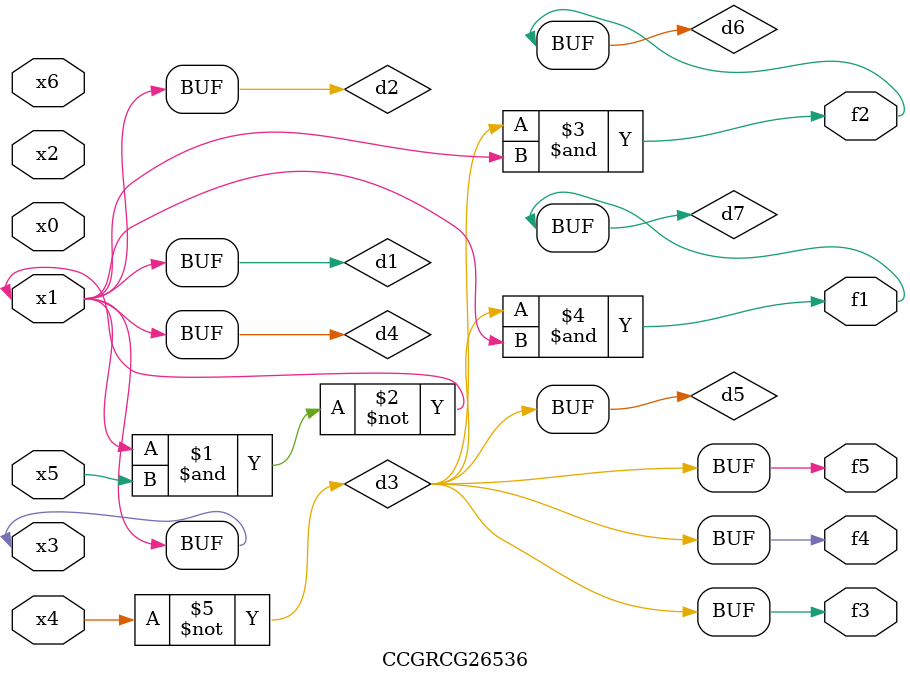
<source format=v>
module CCGRCG26536(
	input x0, x1, x2, x3, x4, x5, x6,
	output f1, f2, f3, f4, f5
);

	wire d1, d2, d3, d4, d5, d6, d7;

	buf (d1, x1, x3);
	nand (d2, x1, x5);
	not (d3, x4);
	buf (d4, d1, d2);
	buf (d5, d3);
	and (d6, d3, d4);
	and (d7, d3, d4);
	assign f1 = d7;
	assign f2 = d6;
	assign f3 = d5;
	assign f4 = d5;
	assign f5 = d5;
endmodule

</source>
